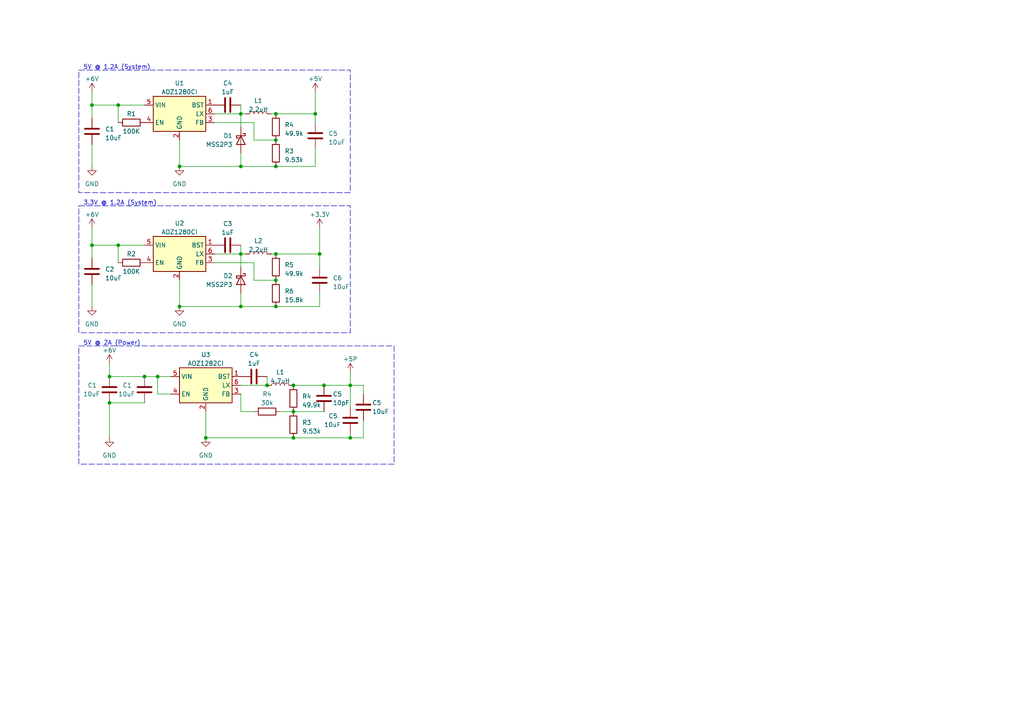
<source format=kicad_sch>
(kicad_sch (version 20230121) (generator eeschema)
  (paper "A4")
  (title_block (title "Badger (MTG card scanner)"))
  (lib_symbols
    (symbol "Device:C" (pin_numbers hide) (pin_names (offset 0.254))
      (property "Reference" "C" (at 0.635 2.54 0))
      (property "Value" "C" (at 0.635 -2.54 0))
      (symbol "C_0_1"
        (polyline (pts (xy -2.032 -0.762) (xy 2.032 -0.762)) (stroke (width 0.508)))
        (polyline (pts (xy -2.032 0.762) (xy 2.032 0.762)) (stroke (width 0.508)))
      )
      (symbol "C_1_1"
        (pin passive line (at 0 3.81 270) (length 2.794) (name "~") (number "1"))
        (pin passive line (at 0 -3.81 90) (length 2.794) (name "~") (number "2"))
      )
    )
    (symbol "Device:D_Schottky" (pin_numbers hide) (pin_names (offset 1.016) hide)
      (property "Reference" "D" (at 0 2.54 0))
      (property "Value" "D_Schottky" (at 0 -2.54 0))
      (symbol "D_Schottky_0_1"
        (polyline (pts (xy 1.27 0) (xy -1.27 0)))
        (polyline (pts (xy 1.27 1.27) (xy 1.27 -1.27) (xy -1.27 0) (xy 1.27 1.27)) (stroke (width 0.254)))
        (polyline (pts (xy -1.905 0.635) (xy -1.905 1.27) (xy -1.27 1.27) (xy -1.27 -1.27) (xy -0.635 -1.27) (xy -0.635 -0.635)) (stroke (width 0.254)))
      )
      (symbol "D_Schottky_1_1"
        (pin passive line (at -3.81 0 0) (length 2.54) (name "K") (number "1"))
        (pin passive line (at 3.81 0 180) (length 2.54) (name "A") (number "2"))
      )
    )
    (symbol "Device:L" (pin_numbers hide) (pin_names (offset 1.016) hide)
      (property "Reference" "L" (at -1.27 0 90))
      (property "Value" "L" (at 1.905 0 90))
      (symbol "L_0_1"
        (arc (start 0 -2.54) (mid 0.6323 -1.905) (end 0 -1.27))
        (arc (start 0 -1.27) (mid 0.6323 -0.635) (end 0 0))
        (arc (start 0 0) (mid 0.6323 0.635) (end 0 1.27))
        (arc (start 0 1.27) (mid 0.6323 1.905) (end 0 2.54))
      )
      (symbol "L_1_1"
        (pin passive line (at 0 3.81 270) (length 1.27) (name "1") (number "1"))
        (pin passive line (at 0 -3.81 90) (length 1.27) (name "2") (number "2"))
      )
    )
    (symbol "Device:R" (pin_numbers hide) (pin_names (offset 0))
      (property "Reference" "R" (at 2.032 0 90))
      (property "Value" "R" (at 0 0 90))
      (symbol "R_0_1"
        (rectangle (start -1.016 -2.54) (end 1.016 2.54) (stroke (width 0.254)))
      )
      (symbol "R_1_1"
        (pin passive line (at 0 3.81 270) (length 1.27) (name "~") (number "1"))
        (pin passive line (at 0 -3.81 90) (length 1.27) (name "~") (number "2"))
      )
    )
    (symbol "Regulator_Switching:AOZ1280CI"
      (property "Reference" "U" (at -6.35 -6.35 0))
      (property "Value" "AOZ1280CI" (at -2.54 6.35 0))
      (symbol "AOZ1280CI_0_1"
        (rectangle (start -7.62 5.08) (end 7.62 -5.08) (stroke (width 0.254)) (fill (type background)))
      )
      (symbol "AOZ1280CI_1_1"
        (pin input line (at 10.16 2.54 180) (length 2.54) (name "BST") (number "1"))
        (pin power_in line (at 0 -7.62 90) (length 2.54) (name "GND") (number "2"))
        (pin input line (at 10.16 -2.54 180) (length 2.54) (name "FB") (number "3"))
        (pin input line (at -10.16 -2.54 0) (length 2.54) (name "EN") (number "4"))
        (pin power_in line (at -10.16 2.54 0) (length 2.54) (name "VIN") (number "5"))
        (pin power_out line (at 10.16 0 180) (length 2.54) (name "LX") (number "6"))
      )
    )
    (symbol "Regulator_Switching:AOZ1282CI"
      (property "Reference" "U" (at -6.35 -6.35 0))
      (property "Value" "AOZ1282CI" (at -2.54 6.35 0))
      (symbol "AOZ1282CI_0_1"
        (rectangle (start -7.62 5.08) (end 7.62 -5.08) (stroke (width 0.254)) (fill (type background)))
      )
      (symbol "AOZ1282CI_1_1"
        (pin input line (at 10.16 2.54 180) (length 2.54) (name "BST") (number "1"))
        (pin power_in line (at 0 -7.62 90) (length 2.54) (name "GND") (number "2"))
        (pin input line (at 10.16 -2.54 180) (length 2.54) (name "FB") (number "3"))
        (pin input line (at -10.16 -2.54 0) (length 2.54) (name "EN") (number "4"))
        (pin power_in line (at -10.16 2.54 0) (length 2.54) (name "VIN") (number "5"))
        (pin power_out line (at 10.16 0 180) (length 2.54) (name "LX") (number "6"))
      )
    )
    (symbol "power:+3.3V" (power) (pin_names (offset 0))
      (property "Value" "+3.3V" (at 0 3.556 0))
      (symbol "+3.3V_0_1"
        (polyline (pts (xy -0.762 1.27) (xy 0 2.54)))
        (polyline (pts (xy 0 0) (xy 0 2.54)))
        (polyline (pts (xy 0 2.54) (xy 0.762 1.27)))
      )
      (symbol "+3.3V_1_1"
        (pin power_in line (at 0 0 90) (length 0) hide (name "+3.3V") (number "1"))
      )
    )
    (symbol "power:+5P" (power) (pin_names (offset 0))
      (property "Value" "+5P" (at 0 3.556 0))
      (symbol "+5P_0_1"
        (polyline (pts (xy -0.762 1.27) (xy 0 2.54)))
        (polyline (pts (xy 0 0) (xy 0 2.54)))
        (polyline (pts (xy 0 2.54) (xy 0.762 1.27)))
      )
      (symbol "+5P_1_1"
        (pin power_in line (at 0 0 90) (length 0) hide (name "+5P") (number "1"))
      )
    )
    (symbol "power:+5V" (power) (pin_names (offset 0))
      (property "Value" "+5V" (at 0 3.556 0))
      (symbol "+5V_0_1"
        (polyline (pts (xy -0.762 1.27) (xy 0 2.54)))
        (polyline (pts (xy 0 0) (xy 0 2.54)))
        (polyline (pts (xy 0 2.54) (xy 0.762 1.27)))
      )
      (symbol "+5V_1_1"
        (pin power_in line (at 0 0 90) (length 0) hide (name "+5V") (number "1"))
      )
    )
    (symbol "power:+6V" (power) (pin_names (offset 0))
      (property "Value" "+6V" (at 0 3.556 0))
      (symbol "+6V_0_1"
        (polyline (pts (xy -0.762 1.27) (xy 0 2.54)))
        (polyline (pts (xy 0 0) (xy 0 2.54)))
        (polyline (pts (xy 0 2.54) (xy 0.762 1.27)))
      )
      (symbol "+6V_1_1"
        (pin power_in line (at 0 0 90) (length 0) hide (name "+6V") (number "1"))
      )
    )
    (symbol "power:GND" (power) (pin_names (offset 0))
      (property "Value" "GND" (at 0 -3.81 0))
      (symbol "GND_0_1"
        (polyline (pts (xy 0 0) (xy 0 -1.27) (xy 1.27 -1.27) (xy 0 -2.54) (xy -1.27 -1.27) (xy 0 -1.27)))
      )
      (symbol "GND_1_1"
        (pin power_in line (at 0 0 270) (length 0) hide (name "GND") (number "1"))
      )
    )
  )
  (junction (at 77.47 111.76))
  (junction (at 41.91 109.22))
  (junction (at 34.29 71.12))
  (junction (at 85.09 119.38))
  (junction (at 80.01 48.26))
  (junction (at 80.01 73.66))
  (junction (at 101.6 111.76))
  (junction (at 80.01 81.28))
  (junction (at 31.75 116.84))
  (junction (at 52.07 88.9))
  (junction (at 26.67 30.48))
  (junction (at 52.07 48.26))
  (junction (at 69.85 33.02))
  (junction (at 31.75 109.22))
  (junction (at 69.85 73.66))
  (junction (at 69.85 48.26))
  (junction (at 59.69 127))
  (junction (at 69.85 88.9))
  (junction (at 85.09 127))
  (junction (at 85.09 111.76))
  (junction (at 80.01 40.64))
  (junction (at 101.6 127))
  (junction (at 80.01 88.9))
  (junction (at 80.01 33.02))
  (junction (at 26.67 71.12))
  (junction (at 45.72 109.22))
  (junction (at 34.29 30.48))
  (junction (at 93.98 111.76))
  (junction (at 91.44 33.02))
  (junction (at 92.71 73.66))
  (wire (pts (xy 69.85 111.76) (xy 77.47 111.76)))
  (wire (pts (xy 91.44 35.56) (xy 91.44 33.02)))
  (wire (pts (xy 69.85 73.66) (xy 69.85 77.47)))
  (wire (pts (xy 101.6 127) (xy 105.41 127)))
  (wire (pts (xy 73.66 81.28) (xy 80.01 81.28)))
  (wire (pts (xy 93.98 111.76) (xy 101.6 111.76)))
  (wire (pts (xy 91.44 26.67) (xy 91.44 33.02)))
  (wire (pts (xy 34.29 30.48) (xy 26.67 30.48)))
  (wire (pts (xy 45.72 109.22) (xy 41.91 109.22)))
  (wire (pts (xy 26.67 71.12) (xy 26.67 66.04)))
  (wire (pts (xy 80.01 48.26) (xy 91.44 48.26)))
  (wire (pts (xy 80.01 33.02) (xy 91.44 33.02)))
  (wire (pts (xy 59.69 119.38) (xy 59.69 127)))
  (wire (pts (xy 26.67 71.12) (xy 34.29 71.12)))
  (wire (pts (xy 31.75 116.84) (xy 41.91 116.84)))
  (wire (pts (xy 69.85 85.09) (xy 69.85 88.9)))
  (wire (pts (xy 52.07 48.26) (xy 69.85 48.26)))
  (wire (pts (xy 26.67 30.48) (xy 26.67 26.67)))
  (wire (pts (xy 49.53 114.3) (xy 45.72 114.3)))
  (wire (pts (xy 69.85 48.26) (xy 80.01 48.26)))
  (wire (pts (xy 59.69 127) (xy 85.09 127)))
  (wire (pts (xy 69.85 44.45) (xy 69.85 48.26)))
  (wire (pts (xy 69.85 33.02) (xy 69.85 36.83)))
  (wire (pts (xy 69.85 73.66) (xy 71.12 73.66)))
  (wire (pts (xy 52.07 40.64) (xy 52.07 48.26)))
  (wire (pts (xy 45.72 114.3) (xy 45.72 109.22)))
  (wire (pts (xy 26.67 30.48) (xy 26.67 34.29)))
  (wire (pts (xy 85.09 127) (xy 101.6 127)))
  (wire (pts (xy 62.23 76.2) (xy 73.66 76.2)))
  (wire (pts (xy 69.85 88.9) (xy 80.01 88.9)))
  (wire (pts (xy 80.01 73.66) (xy 92.71 73.66)))
  (wire (pts (xy 101.6 118.11) (xy 101.6 111.76)))
  (wire (pts (xy 31.75 109.22) (xy 41.91 109.22)))
  (wire (pts (xy 80.01 88.9) (xy 92.71 88.9)))
  (wire (pts (xy 62.23 73.66) (xy 69.85 73.66)))
  (wire (pts (xy 31.75 105.41) (xy 31.75 109.22)))
  (wire (pts (xy 81.28 119.38) (xy 85.09 119.38)))
  (wire (pts (xy 105.41 114.3) (xy 105.41 111.76)))
  (wire (pts (xy 34.29 71.12) (xy 34.29 76.2)))
  (wire (pts (xy 80.01 73.66) (xy 78.74 73.66)))
  (wire (pts (xy 73.66 76.2) (xy 73.66 81.28)))
  (wire (pts (xy 101.6 111.76) (xy 105.41 111.76)))
  (wire (pts (xy 31.75 116.84) (xy 31.75 127)))
  (wire (pts (xy 77.47 109.22) (xy 77.47 111.76)))
  (wire (pts (xy 69.85 33.02) (xy 71.12 33.02)))
  (wire (pts (xy 92.71 66.04) (xy 92.71 73.66)))
  (wire (pts (xy 26.67 48.26) (xy 26.67 41.91)))
  (wire (pts (xy 101.6 127) (xy 101.6 125.73)))
  (wire (pts (xy 34.29 30.48) (xy 34.29 35.56)))
  (wire (pts (xy 69.85 30.48) (xy 69.85 33.02)))
  (wire (pts (xy 52.07 88.9) (xy 69.85 88.9)))
  (wire (pts (xy 78.74 33.02) (xy 80.01 33.02)))
  (wire (pts (xy 62.23 33.02) (xy 69.85 33.02)))
  (wire (pts (xy 91.44 48.26) (xy 91.44 43.18)))
  (wire (pts (xy 41.91 30.48) (xy 34.29 30.48)))
  (wire (pts (xy 73.66 119.38) (xy 69.85 119.38)))
  (wire (pts (xy 101.6 107.95) (xy 101.6 111.76)))
  (wire (pts (xy 69.85 71.12) (xy 69.85 73.66)))
  (wire (pts (xy 105.41 121.92) (xy 105.41 127)))
  (wire (pts (xy 26.67 71.12) (xy 26.67 74.93)))
  (wire (pts (xy 73.66 40.64) (xy 80.01 40.64)))
  (wire (pts (xy 49.53 109.22) (xy 45.72 109.22)))
  (wire (pts (xy 69.85 119.38) (xy 69.85 114.3)))
  (wire (pts (xy 73.66 35.56) (xy 73.66 40.64)))
  (wire (pts (xy 85.09 111.76) (xy 93.98 111.76)))
  (wire (pts (xy 26.67 82.55) (xy 26.67 88.9)))
  (wire (pts (xy 92.71 85.09) (xy 92.71 88.9)))
  (wire (pts (xy 34.29 71.12) (xy 41.91 71.12)))
  (wire (pts (xy 92.71 77.47) (xy 92.71 73.66)))
  (wire (pts (xy 85.09 119.38) (xy 93.98 119.38)))
  (wire (pts (xy 52.07 81.28) (xy 52.07 88.9)))
  (wire (pts (xy 62.23 35.56) (xy 73.66 35.56)))
  (rectangle (start 22.86 20.32) (end 101.6 55.88) (stroke (width 0) (type dash)))
  (rectangle (start 22.86 100.33) (end 114.3 134.62) (stroke (width 0) (type dash)))
  (rectangle (start 22.86 59.69) (end 101.6 96.52) (stroke (width 0) (type dash)))
  (text "5V @ 2A (Power)" (at 24.13 100.33 0) (effects (font (size 1.27 1.27)) (justify left bottom)))
  (text "3.3V @ 1.2A (System)" (at 24.13 59.69 0) (effects (font (size 1.27 1.27)) (justify left bottom)))
  (text "5V @ 1.2A (System)" (at 24.13 20.32 0) (effects (font (size 1.27 1.27)) (justify left bottom)))
  (symbol (lib_id "power:GND") (at 59.69 127 0) (unit 1)
    (property "Reference" "#PWR05" (effects hide))
    (property "Value" "GND" (at 59.69 132.08 0))
    (instances (project "MTG_Scanner_v2" (path "" (reference "#PWR05") (unit 1)) (path "" (reference "#PWR019") (unit 1))))
  )
  (symbol (lib_id "Device:R") (at 77.47 119.38 90) (unit 1)
    (property "Reference" "R4" (at 77.47 114.3 90))
    (property "Value" "30k" (at 77.47 116.84 90))
    (instances (project "MTG_Scanner_v2" (path "" (reference "R4") (unit 1)) (path "" (reference "R13") (unit 1))))
  )
  (symbol (lib_id "Device:R") (at 85.09 115.57 0) (unit 1)
    (property "Reference" "R4" (at 87.63 114.935 0) (effects (justify left)))
    (property "Value" "49.9k" (at 87.63 117.475 0) (effects (justify left)))
    (instances (project "MTG_Scanner_v2" (path "" (reference "R4") (unit 1)) (path "" (reference "R18") (unit 1))))
  )
  (symbol (lib_id "Device:C") (at 91.44 39.37 180) (unit 1)
    (property "Reference" "C5" (at 95.25 38.735 0) (effects (justify right)))
    (property "Value" "10uF" (at 95.25 41.275 0) (effects (justify right)))
    (instances (project "MTG_Scanner_v2" (path "" (reference "C5") (unit 1)) (path "" (reference "C8") (unit 1))))
  )
  (symbol (lib_id "Device:C") (at 101.6 121.92 180) (unit 1)
    (property "Reference" "C5" (at 95.25 120.65 0) (effects (justify right)))
    (property "Value" "10uF" (at 93.98 123.19 0) (effects (justify right)))
    (instances (project "MTG_Scanner_v2" (path "" (reference "C5") (unit 1)) (path "" (reference "C11") (unit 1))))
  )
  (symbol (lib_id "Device:C") (at 31.75 113.03 0) (unit 1)
    (property "Reference" "C1" (at 25.4 111.76 0) (effects (justify left)))
    (property "Value" "10uF" (at 24.13 114.3 0) (effects (justify left)))
    (instances (project "MTG_Scanner_v2" (path "" (reference "C1") (unit 1)) (path "" (reference "C3") (unit 1))))
  )
  (symbol (lib_id "Device:R") (at 80.01 85.09 0) (unit 1)
    (property "Reference" "R6" (at 82.55 84.455 0) (effects (justify left)))
    (property "Value" "15.8k" (at 82.55 86.995 0) (effects (justify left)))
    (instances (project "MTG_Scanner_v2" (path "" (reference "R6") (unit 1)) (path "" (reference "R17") (unit 1))))
  )
  (symbol (lib_id "Device:R") (at 38.1 35.56 270) (unit 1)
    (property "Reference" "R1" (at 38.1 33.02 90))
    (property "Value" "100K" (at 38.1 38.1 90))
    (instances (project "MTG_Scanner_v2" (path "" (reference "R1") (unit 1)) (path "" (reference "R11") (unit 1))))
  )
  (symbol (lib_id "Device:L") (at 81.28 111.76 90) (unit 1)
    (property "Reference" "L1" (at 81.28 107.95 90))
    (property "Value" "4.7uH" (at 81.28 110.49 90))
    (instances (project "MTG_Scanner_v2" (path "" (reference "L1") (unit 1)) (path "" (reference "L3") (unit 1))))
  )
  (symbol (lib_id "Device:L") (at 74.93 33.02 90) (unit 1)
    (property "Reference" "L1" (at 74.93 29.21 90))
    (property "Value" "2.2uH" (at 74.93 31.75 90))
  )
  (symbol (lib_id "Device:L") (at 74.93 73.66 90) (unit 1)
    (property "Reference" "L2" (at 74.93 69.85 90))
    (property "Value" "2.2uH" (at 74.93 72.39 90))
  )
  (symbol (lib_id "Regulator_Switching:AOZ1280CI") (at 52.07 33.02 0) (unit 1)
    (property "Reference" "U1" (at 52.07 24.13 0))
    (property "Value" "AOZ1280CI" (at 52.07 26.67 0))
    (property "Footprint" "Package_TO_SOT_SMD:SOT-23-6" (effects hide))
    (property "Datasheet" "http://aosmd.com/res/data_sheets/AOZ1280CI.pdf" (effects hide))
    (property "Digikey" "https://www.digikey.com/en/products/detail/alpha-omega-semiconductor-inc/aoz1280ci/2769836" (effects hide))
  )
  (symbol (lib_id "Device:D_Schottky") (at 69.85 81.28 270) (unit 1)
    (property "Reference" "D2" (at 64.77 80.01 90) (effects (justify left)))
    (property "Value" "MSS2P3" (at 59.69 82.55 90) (effects (justify left)))
    (property "Datasheet" "https://www.digikey.com/en/products/detail/vishay-general-semiconductor-diodes-division/mss2p3-m3-89a/2149926" (effects hide))
    (instances (project "MTG_Scanner_v2" (path "" (reference "D2") (unit 1)) (path "" (reference "D7") (unit 1))))
  )
  (symbol (lib_id "Device:C") (at 93.98 115.57 180) (unit 1)
    (property "Reference" "C5" (at 96.52 114.3 0) (effects (justify right)))
    (property "Value" "10pF" (at 96.52 116.84 0) (effects (justify right)))
    (instances (project "MTG_Scanner_v2" (path "" (reference "C5") (unit 1)) (path "" (reference "C10") (unit 1))))
  )
  (symbol (lib_id "power:GND") (at 52.07 48.26 0) (unit 1)
    (property "Reference" "#PWR07" (effects hide))
    (property "Value" "GND" (at 52.07 53.34 0))
    (instances (project "MTG_Scanner_v2" (path "" (reference "#PWR07") (unit 1)) (path "" (reference "#PWR017") (unit 1))))
  )
  (symbol (lib_id "power:+5V") (at 91.44 26.67 0) (unit 1)
    (property "Reference" "#PWR010" (effects hide))
    (property "Value" "+5V" (at 91.44 22.86 0))
    (instances (project "MTG_Scanner_v2" (path "" (reference "#PWR010") (unit 1)) (path "" (reference "#PWR020") (unit 1))))
  )
  (symbol (lib_id "power:+5P") (at 101.6 107.95 0) (unit 1)
    (property "Reference" "#PWR022" (effects hide))
    (property "Value" "+5P" (at 101.6 104.14 0))
  )
  (symbol (lib_id "power:GND") (at 26.67 48.26 0) (unit 1)
    (property "Reference" "#PWR05" (effects hide))
    (property "Value" "GND" (at 26.67 53.34 0))
    (instances (project "MTG_Scanner_v2" (path "" (reference "#PWR05") (unit 1)) (path "" (reference "#PWR012") (unit 1))))
  )
  (symbol (lib_id "Device:C") (at 66.04 30.48 90) (unit 1)
    (property "Reference" "C4" (at 66.04 24.13 90))
    (property "Value" "1uF" (at 66.04 26.67 90))
    (instances (project "MTG_Scanner_v2" (path "" (reference "C4") (unit 1)) (path "" (reference "C5") (unit 1))))
  )
  (symbol (lib_id "Device:C") (at 92.71 81.28 180) (unit 1)
    (property "Reference" "C6" (at 96.52 80.645 0) (effects (justify right)))
    (property "Value" "10uF" (at 96.52 83.185 0) (effects (justify right)))
    (instances (project "MTG_Scanner_v2" (path "" (reference "C6") (unit 1)) (path "" (reference "C9") (unit 1))))
  )
  (symbol (lib_id "Device:C") (at 66.04 71.12 90) (unit 1)
    (property "Reference" "C3" (at 66.04 64.8929 90))
    (property "Value" "1uF" (at 66.04 67.4329 90))
    (instances (project "MTG_Scanner_v2" (path "" (reference "C3") (unit 1)) (path "" (reference "C6") (unit 1))))
  )
  (symbol (lib_id "power:GND") (at 52.07 88.9 0) (unit 1)
    (property "Reference" "#PWR08" (effects hide))
    (property "Value" "GND" (at 52.07 93.98 0))
    (instances (project "MTG_Scanner_v2" (path "" (reference "#PWR08") (unit 1)) (path "" (reference "#PWR018") (unit 1))))
  )
  (symbol (lib_id "Device:R") (at 80.01 36.83 0) (unit 1)
    (property "Reference" "R4" (at 82.55 36.195 0) (effects (justify left)))
    (property "Value" "49.9k" (at 82.55 38.735 0) (effects (justify left)))
    (instances (project "MTG_Scanner_v2" (path "" (reference "R4") (unit 1)) (path "" (reference "R14") (unit 1))))
  )
  (symbol (lib_id "Device:C") (at 26.67 38.1 0) (unit 1)
    (property "Reference" "C1" (at 30.48 37.465 0) (effects (justify left)))
    (property "Value" "10uF" (at 30.48 40.005 0) (effects (justify left)))
  )
  (symbol (lib_id "power:GND") (at 26.67 88.9 0) (unit 1)
    (property "Reference" "#PWR06" (effects hide))
    (property "Value" "GND" (at 26.67 93.98 0))
    (instances (project "MTG_Scanner_v2" (path "" (reference "#PWR06") (unit 1)) (path "" (reference "#PWR014") (unit 1))))
  )
  (symbol (lib_id "Device:R") (at 80.01 44.45 0) (unit 1)
    (property "Reference" "R3" (at 82.55 43.815 0) (effects (justify left)))
    (property "Value" "9.53k" (at 82.55 46.355 0) (effects (justify left)))
    (instances (project "MTG_Scanner_v2" (path "" (reference "R3") (unit 1)) (path "" (reference "R15") (unit 1))))
  )
  (symbol (lib_id "Device:R") (at 80.01 77.47 0) (unit 1)
    (property "Reference" "R5" (at 82.55 76.835 0) (effects (justify left)))
    (property "Value" "49.9k" (at 82.55 79.375 0) (effects (justify left)))
    (instances (project "MTG_Scanner_v2" (path "" (reference "R5") (unit 1)) (path "" (reference "R16") (unit 1))))
  )
  (symbol (lib_id "Device:C") (at 41.91 113.03 0) (unit 1)
    (property "Reference" "C1" (at 35.56 111.76 0) (effects (justify left)))
    (property "Value" "10uF" (at 34.29 114.3 0) (effects (justify left)))
    (instances (project "MTG_Scanner_v2" (path "" (reference "C1") (unit 1)) (path "" (reference "C4") (unit 1))))
  )
  (symbol (lib_id "Device:C") (at 26.67 78.74 0) (unit 1)
    (property "Reference" "C2" (at 30.48 78.105 0) (effects (justify left)))
    (property "Value" "10uF" (at 30.48 80.645 0) (effects (justify left)))
  )
  (symbol (lib_id "Regulator_Switching:AOZ1282CI") (at 59.69 111.76 0) (unit 1)
    (property "Reference" "U3" (at 59.69 102.87 0))
    (property "Value" "AOZ1282CI" (at 59.69 105.41 0))
    (property "Footprint" "Package_TO_SOT_SMD:SOT-23-6" (effects hide))
    (property "Datasheet" "http://aosmd.com/res/data_sheets/AOZ1282CI.pdf" (effects hide))
  )
  (symbol (lib_id "power:+6V") (at 26.67 66.04 0) (unit 1)
    (property "Reference" "#PWR04" (effects hide))
    (property "Value" "+6V" (at 26.67 62.23 0))
    (instances (project "MTG_Scanner_v2" (path "" (reference "#PWR04") (unit 1)) (path "" (reference "#PWR013") (unit 1))))
  )
  (symbol (lib_id "power:+3.3V") (at 92.71 66.04 0) (unit 1)
    (property "Reference" "#PWR09" (effects hide))
    (property "Value" "+3.3V" (at 92.71 62.23 0))
    (instances (project "MTG_Scanner_v2" (path "" (reference "#PWR09") (unit 1)) (path "" (reference "#PWR021") (unit 1))))
  )
  (symbol (lib_id "Device:D_Schottky") (at 69.85 40.64 270) (unit 1)
    (property "Reference" "D1" (at 64.77 39.37 90) (effects (justify left)))
    (property "Value" "MSS2P3" (at 59.69 41.91 90) (effects (justify left)))
    (property "Datasheet" "https://www.digikey.com/en/products/detail/vishay-general-semiconductor-diodes-division/mss2p3-m3-89a/2149926" (effects hide))
    (instances (project "MTG_Scanner_v2" (path "" (reference "D1") (unit 1)) (path "" (reference "D6") (unit 1))))
  )
  (symbol (lib_id "Device:C") (at 105.41 118.11 180) (unit 1)
    (property "Reference" "C5" (at 107.95 116.84 0) (effects (justify right)))
    (property "Value" "10uF" (at 107.95 119.38 0) (effects (justify right)))
    (instances (project "MTG_Scanner_v2" (path "" (reference "C5") (unit 1)) (path "" (reference "C12") (unit 1))))
  )
  (symbol (lib_id "Device:R") (at 38.1 76.2 90) (unit 1)
    (property "Reference" "R2" (at 38.1 73.66 90))
    (property "Value" "100K" (at 38.1 78.74 90))
    (instances (project "MTG_Scanner_v2" (path "" (reference "R2") (unit 1)) (path "" (reference "R12") (unit 1))))
  )
  (symbol (lib_id "Device:R") (at 85.09 123.19 0) (unit 1)
    (property "Reference" "R3" (at 87.63 122.555 0) (effects (justify left)))
    (property "Value" "9.53k" (at 87.63 125.095 0) (effects (justify left)))
    (instances (project "MTG_Scanner_v2" (path "" (reference "R3") (unit 1)) (path "" (reference "R19") (unit 1))))
  )
  (symbol (lib_id "power:+6V") (at 26.67 26.67 0) (unit 1)
    (property "Reference" "#PWR03" (effects hide))
    (property "Value" "+6V" (at 26.67 22.86 0))
    (instances (project "MTG_Scanner_v2" (path "" (reference "#PWR03") (unit 1)) (path "" (reference "#PWR011") (unit 1))))
  )
  (symbol (lib_id "power:+6V") (at 31.75 105.41 0) (unit 1)
    (property "Reference" "#PWR03" (effects hide))
    (property "Value" "+6V" (at 31.75 101.6 0))
    (instances (project "MTG_Scanner_v2" (path "" (reference "#PWR03") (unit 1)) (path "" (reference "#PWR015") (unit 1))))
  )
  (symbol (lib_id "Regulator_Switching:AOZ1280CI") (at 52.07 73.66 0) (unit 1)
    (property "Reference" "U2" (at 52.07 64.77 0))
    (property "Value" "AOZ1280CI" (at 52.07 67.31 0))
    (property "Footprint" "Package_TO_SOT_SMD:SOT-23-6" (effects hide))
    (property "Datasheet" "http://aosmd.com/res/data_sheets/AOZ1280CI.pdf" (effects hide))
    (property "Digikey" "https://www.digikey.com/en/products/detail/alpha-omega-semiconductor-inc/aoz1280ci/2769836" (effects hide))
  )
  (symbol (lib_id "power:GND") (at 31.75 127 0) (unit 1)
    (property "Reference" "#PWR05" (effects hide))
    (property "Value" "GND" (at 31.75 132.08 0))
    (instances (project "MTG_Scanner_v2" (path "" (reference "#PWR05") (unit 1)) (path "" (reference "#PWR016") (unit 1))))
  )
  (symbol (lib_id "Device:C") (at 73.66 109.22 90) (unit 1)
    (property "Reference" "C4" (at 73.66 102.87 90))
    (property "Value" "1uF" (at 73.66 105.41 90))
    (instances (project "MTG_Scanner_v2" (path "" (reference "C4") (unit 1)) (path "" (reference "C7") (unit 1))))
  )
)
</source>
